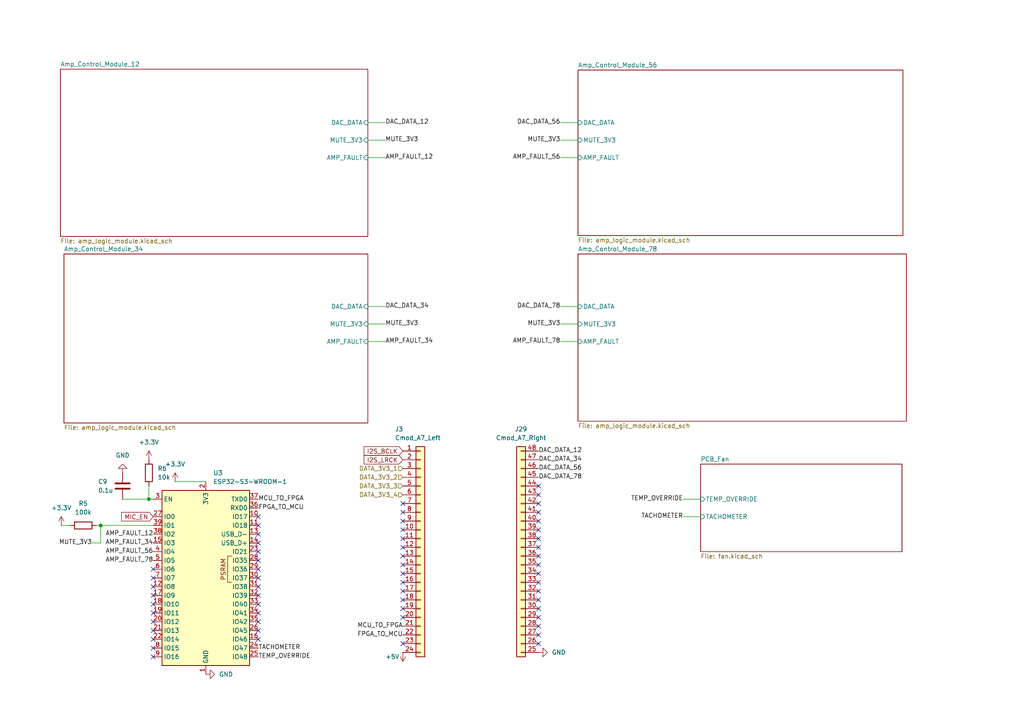
<source format=kicad_sch>
(kicad_sch (version 20250114) (generator "eeschema") (generator_version "9.0")
  (paper "A4")
  (lib_symbols
    (symbol "Cmod_A7:Cmod_A7_Left" (pin_names (offset 1.016) (hide yes))
      (property "Reference" "J2" (at 2.54 0.0001 0))
      (property "Value" "Cmod_A7_Left" (at 2.54 -2.5399 0))
      (symbol "Cmod_A7_Left_1_1"
        (rectangle (start -1.27 29.21) (end 1.27 -31.75) (stroke (width 0.254)) (fill (type background)))
        (rectangle (start -1.27 28.067) (end 0 27.813) (stroke (width 0.1524)))
        (rectangle (start -1.27 25.527) (end 0 25.273) (stroke (width 0.1524)))
        (rectangle (start -1.27 22.987) (end 0 22.733) (stroke (width 0.1524)))
        (rectangle (start -1.27 20.447) (end 0 20.193) (stroke (width 0.1524)))
        (rectangle (start -1.27 17.907) (end 0 17.653) (stroke (width 0.1524)))
        (rectangle (start -1.27 15.367) (end 0 15.113) (stroke (width 0.1524)))
        (rectangle (start -1.27 12.827) (end 0 12.573) (stroke (width 0.1524)))
        (rectangle (start -1.27 10.287) (end 0 10.033) (stroke (width 0.1524)))
        (rectangle (start -1.27 7.747) (end 0 7.493) (stroke (width 0.1524)))
        (rectangle (start -1.27 5.207) (end 0 4.953) (stroke (width 0.1524)))
        (rectangle (start -1.27 2.667) (end 0 2.413) (stroke (width 0.1524)))
        (rectangle (start -1.27 0.127) (end 0 -0.127) (stroke (width 0.1524)))
        (rectangle (start -1.27 -2.413) (end 0 -2.667) (stroke (width 0.1524)))
        (rectangle (start -1.27 -4.953) (end 0 -5.207) (stroke (width 0.1524)))
        (rectangle (start -1.27 -7.493) (end 0 -7.747) (stroke (width 0.1524)))
        (rectangle (start -1.27 -10.033) (end 0 -10.287) (stroke (width 0.1524)))
        (rectangle (start -1.27 -12.573) (end 0 -12.827) (stroke (width 0.1524)))
        (rectangle (start -1.27 -15.113) (end 0 -15.367) (stroke (width 0.1524)))
        (rectangle (start -1.27 -17.653) (end 0 -17.907) (stroke (width 0.1524)))
        (rectangle (start -1.27 -20.193) (end 0 -20.447) (stroke (width 0.1524)))
        (rectangle (start -1.27 -22.733) (end 0 -22.987) (stroke (width 0.1524)))
        (rectangle (start -1.27 -25.273) (end 0 -25.527) (stroke (width 0.1524)))
        (rectangle (start -1.27 -27.813) (end 0 -28.067) (stroke (width 0.1524)))
        (rectangle (start -1.27 -30.353) (end 0 -30.607) (stroke (width 0.1524)))
        (pin passive line (at -5.08 27.94 0) (length 3.81) (name "Pin_1") (number "1"))
        (pin passive line (at -5.08 25.4 0) (length 3.81) (name "Pin_2") (number "2"))
        (pin passive line (at -5.08 22.86 0) (length 3.81) (name "Pin_3") (number "3"))
        (pin passive line (at -5.08 20.32 0) (length 3.81) (name "Pin_4") (number "4"))
        (pin passive line (at -5.08 17.78 0) (length 3.81) (name "Pin_5") (number "5"))
        (pin passive line (at -5.08 15.24 0) (length 3.81) (name "Pin_6") (number "6"))
        (pin passive line (at -5.08 12.7 0) (length 3.81) (name "Pin_7") (number "7"))
        (pin passive line (at -5.08 10.16 0) (length 3.81) (name "Pin_8") (number "8"))
        (pin passive line (at -5.08 7.62 0) (length 3.81) (name "Pin_9") (number "9"))
        (pin passive line (at -5.08 5.08 0) (length 3.81) (name "Pin_10") (number "10"))
        (pin passive line (at -5.08 2.54 0) (length 3.81) (name "Pin_11") (number "11"))
        (pin passive line (at -5.08 0 0) (length 3.81) (name "Pin_12") (number "12"))
        (pin passive line (at -5.08 -2.54 0) (length 3.81) (name "Pin_13") (number "13"))
        (pin passive line (at -5.08 -5.08 0) (length 3.81) (name "Pin_14") (number "14"))
        (pin passive line (at -5.08 -7.62 0) (length 3.81) (name "Pin_15") (number "15"))
        (pin passive line (at -5.08 -10.16 0) (length 3.81) (name "Pin_16") (number "16"))
        (pin passive line (at -5.08 -12.7 0) (length 3.81) (name "Pin_17") (number "17"))
        (pin passive line (at -5.08 -15.24 0) (length 3.81) (name "Pin_18") (number "18"))
        (pin passive line (at -5.08 -17.78 0) (length 3.81) (name "Pin_19") (number "19"))
        (pin passive line (at -5.08 -20.32 0) (length 3.81) (name "Pin_20") (number "20"))
        (pin passive line (at -5.08 -22.86 0) (length 3.81) (name "Pin_21") (number "21"))
        (pin passive line (at -5.08 -25.4 0) (length 3.81) (name "Pin_22") (number "22"))
        (pin passive line (at -5.08 -27.94 0) (length 3.81) (name "Pin_23") (number "23"))
        (pin passive line (at -5.08 -30.48 0) (length 3.81) (name "Pin_24") (number "24"))
      )
    )
    (symbol "Cmod_A7:Cmod_A7_Right" (pin_names (offset 1.016) (hide yes))
      (property "Reference" "J3" (at -2.54 -2.5401 0))
      (property "Value" "Cmod_A7_Right" (at 2.54 -0.0001 0))
      (symbol "Cmod_A7_Right_1_1"
        (rectangle (start -1.27 29.21) (end 1.27 -31.75) (stroke (width 0.254)) (fill (type background)))
        (rectangle (start 1.27 27.813) (end 0 28.067) (stroke (width 0.1524)))
        (rectangle (start 1.27 25.273) (end 0 25.527) (stroke (width 0.1524)))
        (rectangle (start 1.27 22.733) (end 0 22.987) (stroke (width 0.1524)))
        (rectangle (start 1.27 20.193) (end 0 20.447) (stroke (width 0.1524)))
        (rectangle (start 1.27 17.653) (end 0 17.907) (stroke (width 0.1524)))
        (rectangle (start 1.27 15.113) (end 0 15.367) (stroke (width 0.1524)))
        (rectangle (start 1.27 12.573) (end 0 12.827) (stroke (width 0.1524)))
        (rectangle (start 1.27 10.033) (end 0 10.287) (stroke (width 0.1524)))
        (rectangle (start 1.27 7.493) (end 0 7.747) (stroke (width 0.1524)))
        (rectangle (start 1.27 4.953) (end 0 5.207) (stroke (width 0.1524)))
        (rectangle (start 1.27 2.413) (end 0 2.667) (stroke (width 0.1524)))
        (rectangle (start 1.27 -0.127) (end 0 0.127) (stroke (width 0.1524)))
        (rectangle (start 1.27 -2.667) (end 0 -2.413) (stroke (width 0.1524)))
        (rectangle (start 1.27 -5.207) (end 0 -4.953) (stroke (width 0.1524)))
        (rectangle (start 1.27 -7.747) (end 0 -7.493) (stroke (width 0.1524)))
        (rectangle (start 1.27 -10.287) (end 0 -10.033) (stroke (width 0.1524)))
        (rectangle (start 1.27 -12.827) (end 0 -12.573) (stroke (width 0.1524)))
        (rectangle (start 1.27 -15.367) (end 0 -15.113) (stroke (width 0.1524)))
        (rectangle (start 1.27 -17.907) (end 0 -17.653) (stroke (width 0.1524)))
        (rectangle (start 1.27 -20.447) (end 0 -20.193) (stroke (width 0.1524)))
        (rectangle (start 1.27 -22.987) (end 0 -22.733) (stroke (width 0.1524)))
        (rectangle (start 1.27 -25.527) (end 0 -25.273) (stroke (width 0.1524)))
        (rectangle (start 1.27 -28.067) (end 0 -27.813) (stroke (width 0.1524)))
        (rectangle (start 1.27 -30.607) (end 0 -30.353) (stroke (width 0.1524)))
        (pin passive line (at 5.08 27.94 180) (length 3.81) (name "Pin_24") (number "48"))
        (pin passive line (at 5.08 25.4 180) (length 3.81) (name "Pin_23") (number "47"))
        (pin passive line (at 5.08 22.86 180) (length 3.81) (name "Pin_22") (number "46"))
        (pin passive line (at 5.08 20.32 180) (length 3.81) (name "Pin_21") (number "45"))
        (pin passive line (at 5.08 17.78 180) (length 3.81) (name "Pin_20") (number "44"))
        (pin passive line (at 5.08 15.24 180) (length 3.81) (name "Pin_19") (number "43"))
        (pin passive line (at 5.08 12.7 180) (length 3.81) (name "Pin_18") (number "42"))
        (pin passive line (at 5.08 10.16 180) (length 3.81) (name "Pin_17") (number "41"))
        (pin passive line (at 5.08 7.62 180) (length 3.81) (name "Pin_16") (number "40"))
        (pin passive line (at 5.08 5.08 180) (length 3.81) (name "Pin_15") (number "39"))
        (pin passive line (at 5.08 2.54 180) (length 3.81) (name "Pin_14") (number "38"))
        (pin passive line (at 5.08 0 180) (length 3.81) (name "Pin_13") (number "37"))
        (pin passive line (at 5.08 -2.54 180) (length 3.81) (name "Pin_12") (number "36"))
        (pin passive line (at 5.08 -5.08 180) (length 3.81) (name "Pin_11") (number "35"))
        (pin passive line (at 5.08 -7.62 180) (length 3.81) (name "Pin_10") (number "34"))
        (pin passive line (at 5.08 -10.16 180) (length 3.81) (name "Pin_9") (number "33"))
        (pin passive line (at 5.08 -12.7 180) (length 3.81) (name "Pin_8") (number "32"))
        (pin passive line (at 5.08 -15.24 180) (length 3.81) (name "Pin_7") (number "31"))
        (pin passive line (at 5.08 -17.78 180) (length 3.81) (name "Pin_6") (number "30"))
        (pin passive line (at 5.08 -20.32 180) (length 3.81) (name "Pin_5") (number "29"))
        (pin passive line (at 5.08 -22.86 180) (length 3.81) (name "Pin_4") (number "28"))
        (pin passive line (at 5.08 -25.4 180) (length 3.81) (name "Pin_3") (number "27"))
        (pin passive line (at 5.08 -27.94 180) (length 3.81) (name "Pin_2") (number "26"))
        (pin passive line (at 5.08 -30.48 180) (length 3.81) (name "Pin_1") (number "25"))
      )
    )
    (symbol "Device:C" (pin_numbers (hide yes)) (pin_names (offset 0.254))
      (property "Reference" "C" (at 0.635 2.54 0))
      (property "Value" "C" (at 0.635 -2.54 0))
      (symbol "C_0_1"
        (polyline (pts (xy -2.032 0.762) (xy 2.032 0.762)) (stroke (width 0.508)))
        (polyline (pts (xy -2.032 -0.762) (xy 2.032 -0.762)) (stroke (width 0.508)))
      )
      (symbol "C_1_1"
        (pin passive line (at 0 3.81 270) (length 2.794) (name "~") (number "1"))
        (pin passive line (at 0 -3.81 90) (length 2.794) (name "~") (number "2"))
      )
    )
    (symbol "Device:R" (pin_numbers (hide yes)) (pin_names (offset 0))
      (property "Reference" "R" (at 2.032 0 90))
      (property "Value" "R" (at 0 0 90))
      (symbol "R_0_1"
        (rectangle (start -1.016 -2.54) (end 1.016 2.54) (stroke (width 0.254)))
      )
      (symbol "R_1_1"
        (pin passive line (at 0 3.81 270) (length 1.27) (name "~") (number "1"))
        (pin passive line (at 0 -3.81 90) (length 1.27) (name "~") (number "2"))
      )
    )
    (symbol "RF_Module:ESP32-S3-WROOM-1"
      (property "Reference" "U" (at -12.7 26.67 0))
      (property "Value" "ESP32-S3-WROOM-1" (at 12.7 26.67 0))
      (symbol "ESP32-S3-WROOM-1_0_0"
        (rectangle (start -12.7 25.4) (end 12.7 -25.4) (stroke (width 0.254)) (fill (type background)))
        (text "PSRAM" (at 5.08 2.54 900) (effects (font (size 1.27 1.27))))
      )
      (symbol "ESP32-S3-WROOM-1_0_1"
        (polyline (pts (xy 7.62 -1.27) (xy 6.35 -1.27) (xy 6.35 6.35) (xy 7.62 6.35)))
      )
      (symbol "ESP32-S3-WROOM-1_1_1"
        (pin input line (at -15.24 22.86 0) (length 2.54) (name "EN") (number "3"))
        (pin bidirectional line (at -15.24 17.78 0) (length 2.54) (name "IO0") (number "27"))
        (pin bidirectional line (at -15.24 15.24 0) (length 2.54) (name "IO1") (number "39"))
        (pin bidirectional line (at -15.24 12.7 0) (length 2.54) (name "IO2") (number "38"))
        (pin bidirectional line (at -15.24 10.16 0) (length 2.54) (name "IO3") (number "15"))
        (pin bidirectional line (at -15.24 7.62 0) (length 2.54) (name "IO4") (number "4"))
        (pin bidirectional line (at -15.24 5.08 0) (length 2.54) (name "IO5") (number "5"))
        (pin bidirectional line (at -15.24 2.54 0) (length 2.54) (name "IO6") (number "6"))
        (pin bidirectional line (at -15.24 0 0) (length 2.54) (name "IO7") (number "7"))
        (pin bidirectional line (at -15.24 -2.54 0) (length 2.54) (name "IO8") (number "12"))
        (pin bidirectional line (at -15.24 -5.08 0) (length 2.54) (name "IO9") (number "17"))
        (pin bidirectional line (at -15.24 -7.62 0) (length 2.54) (name "IO10") (number "18"))
        (pin bidirectional line (at -15.24 -10.16 0) (length 2.54) (name "IO11") (number "19"))
        (pin bidirectional line (at -15.24 -12.7 0) (length 2.54) (name "IO12") (number "20"))
        (pin bidirectional line (at -15.24 -15.24 0) (length 2.54) (name "IO13") (number "21"))
        (pin bidirectional line (at -15.24 -17.78 0) (length 2.54) (name "IO14") (number "22"))
        (pin bidirectional line (at -15.24 -20.32 0) (length 2.54) (name "IO15") (number "8"))
        (pin bidirectional line (at -15.24 -22.86 0) (length 2.54) (name "IO16") (number "9"))
        (pin power_in line (at 0 27.94 270) (length 2.54) (name "3V3") (number "2"))
        (pin power_in line (at 0 -27.94 90) (length 2.54) (name "GND") (number "1"))
        (pin passive line (at 0 -27.94 90) (length 2.54) (hide yes) (name "GND") (number "40"))
        (pin passive line (at 0 -27.94 90) (length 2.54) (hide yes) (name "GND") (number "41"))
        (pin bidirectional line (at 15.24 22.86 180) (length 2.54) (name "TXD0") (number "37"))
        (pin bidirectional line (at 15.24 20.32 180) (length 2.54) (name "RXD0") (number "36"))
        (pin bidirectional line (at 15.24 17.78 180) (length 2.54) (name "IO17") (number "10"))
        (pin bidirectional line (at 15.24 15.24 180) (length 2.54) (name "IO18") (number "11"))
        (pin bidirectional line (at 15.24 12.7 180) (length 2.54) (name "USB_D-") (number "13"))
        (pin bidirectional line (at 15.24 10.16 180) (length 2.54) (name "USB_D+") (number "14"))
        (pin bidirectional line (at 15.24 7.62 180) (length 2.54) (name "IO21") (number "23"))
        (pin bidirectional line (at 15.24 5.08 180) (length 2.54) (name "IO35") (number "28"))
        (pin bidirectional line (at 15.24 2.54 180) (length 2.54) (name "IO36") (number "29"))
        (pin bidirectional line (at 15.24 0 180) (length 2.54) (name "IO37") (number "30"))
        (pin bidirectional line (at 15.24 -2.54 180) (length 2.54) (name "IO38") (number "31"))
        (pin bidirectional line (at 15.24 -5.08 180) (length 2.54) (name "IO39") (number "32"))
        (pin bidirectional line (at 15.24 -7.62 180) (length 2.54) (name "IO40") (number "33"))
        (pin bidirectional line (at 15.24 -10.16 180) (length 2.54) (name "IO41") (number "34"))
        (pin bidirectional line (at 15.24 -12.7 180) (length 2.54) (name "IO42") (number "35"))
        (pin bidirectional line (at 15.24 -15.24 180) (length 2.54) (name "IO45") (number "26"))
        (pin bidirectional line (at 15.24 -17.78 180) (length 2.54) (name "IO46") (number "16"))
        (pin bidirectional line (at 15.24 -20.32 180) (length 2.54) (name "IO47") (number "24"))
        (pin bidirectional line (at 15.24 -22.86 180) (length 2.54) (name "IO48") (number "25"))
      )
    )
    (symbol "power:+3.3V" (power) (pin_numbers (hide yes)) (pin_names (offset 0) (hide yes))
      (property "Value" "+3.3V" (at 0 3.556 0))
      (symbol "+3.3V_0_1"
        (polyline (pts (xy -0.762 1.27) (xy 0 2.54)))
        (polyline (pts (xy 0 2.54) (xy 0.762 1.27)))
        (polyline (pts (xy 0 0) (xy 0 2.54)))
      )
      (symbol "+3.3V_1_1"
        (pin power_in line (at 0 0 90) (length 0) (name "~") (number "1"))
      )
    )
    (symbol "power:+5V" (power) (pin_numbers (hide yes)) (pin_names (offset 0) (hide yes))
      (property "Value" "+5V" (at 0 3.556 0))
      (symbol "+5V_0_1"
        (polyline (pts (xy -0.762 1.27) (xy 0 2.54)))
        (polyline (pts (xy 0 2.54) (xy 0.762 1.27)))
        (polyline (pts (xy 0 0) (xy 0 2.54)))
      )
      (symbol "+5V_1_1"
        (pin power_in line (at 0 0 90) (length 0) (name "~") (number "1"))
      )
    )
    (symbol "power:GND" (power) (pin_numbers (hide yes)) (pin_names (offset 0) (hide yes))
      (property "Value" "GND" (at 0 -3.81 0))
      (symbol "GND_0_1"
        (polyline (pts (xy 0 0) (xy 0 -1.27) (xy 1.27 -1.27) (xy 0 -2.54) (xy -1.27 -1.27) (xy 0 -1.27)))
      )
      (symbol "GND_1_1"
        (pin power_in line (at 0 0 270) (length 0) (name "~") (number "1"))
      )
    )
  )
  (junction (at 43.18 144.78))
  (junction (at 29.21 152.4))
  (no_connect (at 156.21 163.83))
  (no_connect (at 74.93 177.8))
  (no_connect (at 74.93 160.02))
  (no_connect (at 44.45 172.72))
  (no_connect (at 116.84 186.69))
  (no_connect (at 156.21 186.69))
  (no_connect (at 44.45 167.64))
  (no_connect (at 116.84 156.21))
  (no_connect (at 116.84 153.67))
  (no_connect (at 74.93 162.56))
  (no_connect (at 74.93 154.94))
  (no_connect (at 116.84 168.91))
  (no_connect (at 156.21 158.75))
  (no_connect (at 44.45 182.88))
  (no_connect (at 74.93 172.72))
  (no_connect (at 156.21 153.67))
  (no_connect (at 156.21 161.29))
  (no_connect (at 116.84 176.53))
  (no_connect (at 116.84 151.13))
  (no_connect (at 116.84 179.07))
  (no_connect (at 156.21 184.15))
  (no_connect (at 74.93 157.48))
  (no_connect (at 44.45 185.42))
  (no_connect (at 74.93 180.34))
  (no_connect (at 44.45 180.34))
  (no_connect (at 44.45 187.96))
  (no_connect (at 74.93 167.64))
  (no_connect (at 156.21 140.97))
  (no_connect (at 156.21 181.61))
  (no_connect (at 116.84 163.83))
  (no_connect (at 156.21 171.45))
  (no_connect (at 116.84 148.59))
  (no_connect (at 116.84 171.45))
  (no_connect (at 116.84 161.29))
  (no_connect (at 156.21 173.99))
  (no_connect (at 156.21 168.91))
  (no_connect (at 156.21 156.21))
  (no_connect (at 116.84 146.05))
  (no_connect (at 156.21 176.53))
  (no_connect (at 156.21 148.59))
  (no_connect (at 74.93 165.1))
  (no_connect (at 156.21 166.37))
  (no_connect (at 74.93 152.4))
  (no_connect (at 74.93 170.18))
  (no_connect (at 44.45 190.5))
  (no_connect (at 44.45 177.8))
  (no_connect (at 116.84 166.37))
  (no_connect (at 74.93 149.86))
  (no_connect (at 116.84 158.75))
  (no_connect (at 44.45 170.18))
  (no_connect (at 156.21 179.07))
  (no_connect (at 156.21 143.51))
  (no_connect (at 44.45 165.1))
  (no_connect (at 156.21 151.13))
  (no_connect (at 44.45 175.26))
  (no_connect (at 116.84 173.99))
  (no_connect (at 74.93 182.88))
  (no_connect (at 74.93 175.26))
  (no_connect (at 156.21 146.05))
  (no_connect (at 74.93 185.42))
  (wire (pts (xy 162.56 45.72) (xy 167.64 45.72)))
  (wire (pts (xy 106.68 45.72) (xy 111.76 45.72)))
  (wire (pts (xy 162.56 93.98) (xy 167.64 93.98)))
  (wire (pts (xy 198.12 144.78) (xy 203.2 144.78)))
  (wire (pts (xy 106.68 88.9) (xy 111.76 88.9)))
  (wire (pts (xy 106.68 40.64) (xy 111.76 40.64)))
  (wire (pts (xy 198.12 149.86) (xy 203.2 149.86)))
  (wire (pts (xy 27.94 152.4) (xy 29.21 152.4)))
  (wire (pts (xy 17.78 152.4) (xy 20.32 152.4)))
  (wire (pts (xy 43.18 140.97) (xy 43.18 144.78)))
  (wire (pts (xy 106.68 35.56) (xy 111.76 35.56)))
  (wire (pts (xy 29.21 152.4) (xy 44.45 152.4)))
  (wire (pts (xy 162.56 99.06) (xy 167.64 99.06)))
  (wire (pts (xy 26.67 157.48) (xy 29.21 157.48)))
  (wire (pts (xy 162.56 40.64) (xy 167.64 40.64)))
  (wire (pts (xy 29.21 157.48) (xy 29.21 152.4)))
  (wire (pts (xy 35.56 144.78) (xy 43.18 144.78)))
  (wire (pts (xy 106.68 99.06) (xy 111.76 99.06)))
  (wire (pts (xy 106.68 93.98) (xy 111.76 93.98)))
  (wire (pts (xy 43.18 144.78) (xy 44.45 144.78)))
  (wire (pts (xy 50.8 139.7) (xy 59.69 139.7)))
  (wire (pts (xy 162.56 88.9) (xy 167.64 88.9)))
  (wire (pts (xy 162.56 35.56) (xy 167.64 35.56)))
  (label "MUTE_3V3" (at 111.76 40.64 0))
  (label "TEMP_OVERRIDE" (at 198.12 144.78 180))
  (label "AMP_FAULT_34" (at 111.76 99.06 0))
  (label "TACHOMETER" (at 74.93 187.96 0))
  (label "FPGA_TO_MCU" (at 74.93 147.32 0))
  (label "DAC_DATA_34" (at 156.21 133.35 0))
  (label "TACHOMETER" (at 198.12 149.86 180))
  (label "DAC_DATA_34" (at 111.76 88.9 0))
  (label "AMP_FAULT_78" (at 44.45 162.56 180))
  (label "FPGA_TO_MCU" (at 116.84 184.15 180))
  (label "AMP_FAULT_56" (at 162.56 45.72 180))
  (label "DAC_DATA_78" (at 162.56 88.9 180))
  (label "MUTE_3V3" (at 26.67 157.48 180))
  (label "DAC_DATA_12" (at 111.76 35.56 0))
  (label "AMP_FAULT_34" (at 44.45 157.48 180))
  (label "MUTE_3V3" (at 162.56 93.98 180))
  (label "TEMP_OVERRIDE" (at 74.93 190.5 0))
  (label "MUTE_3V3" (at 162.56 40.64 180))
  (label "DAC_DATA_12" (at 156.21 130.81 0))
  (label "AMP_FAULT_12" (at 111.76 45.72 0))
  (label "DAC_DATA_56" (at 156.21 135.89 0))
  (label "AMP_FAULT_78" (at 162.56 99.06 180))
  (label "AMP_FAULT_12" (at 44.45 154.94 180))
  (label "DAC_DATA_78" (at 156.21 138.43 0))
  (label "DAC_DATA_56" (at 162.56 35.56 180))
  (label "MUTE_3V3" (at 111.76 93.98 0))
  (label "MCU_TO_FPGA" (at 116.84 181.61 180))
  (label "AMP_FAULT_56" (at 44.45 160.02 180))
  (label "MCU_TO_FPGA" (at 74.93 144.78 0))
  (global_label "I2S_BCLK" (shape input) (at 116.84 130.81 180) (property "Intersheetrefs" "${INTERSHEET_REFS}" (effects (hide yes))))
  (global_label "I2S_LRCK" (shape input) (at 116.84 133.35 180) (property "Intersheetrefs" "${INTERSHEET_REFS}" (effects (hide yes))))
  (global_label "MIC_EN" (shape input) (at 44.45 149.86 180) (property "Intersheetrefs" "${INTERSHEET_REFS}" (effects (hide yes))))
  (hierarchical_label "DATA_3V3_4" (shape input) (at 116.84 143.51 180))
  (hierarchical_label "DATA_3V3_1" (shape input) (at 116.84 135.89 180))
  (hierarchical_label "DATA_3V3_2" (shape input) (at 116.84 138.43 180))
  (hierarchical_label "DATA_3V3_3" (shape input) (at 116.84 140.97 180))
  (symbol (lib_id "power:+3.3V") (at 43.18 133.35 0) (unit 1)
    (property "Reference" "#PWR024" (effects (hide yes)))
    (property "Value" "+3.3V" (at 43.18 128.27 0))
    (property "Description" "Power symbol creates a global label with name \"+3.3V\"" (effects (hide yes)))
  )
  (symbol (lib_id "Device:C") (at 35.56 140.97 0) (unit 1)
    (property "Reference" "C9" (at 28.448 139.7 0) (effects (justify left)))
    (property "Value" "0.1u" (at 28.448 142.24 0) (effects (justify left)))
    (property "Description" "Unpolarized capacitor" (effects (hide yes)))
  )
  (symbol (lib_id "Cmod_A7:Cmod_A7_Left") (at 121.92 158.75 0) (unit 1)
    (property "Reference" "J3" (at 114.554 124.46 0) (effects (justify left)))
    (property "Value" "Cmod_A7_Left" (at 114.554 127 0) (effects (justify left)))
    (property "Description" "Generic connector, single row, 01x24, script generated (kicad-library-utils/schlib/autogen/connector/)" (effects (hide yes)))
  )
  (symbol (lib_id "power:GND") (at 59.69 195.58 90) (unit 1)
    (property "Reference" "#PWR026" (effects (hide yes)))
    (property "Value" "GND" (at 63.5 195.5799 90) (effects (justify right)))
    (property "Description" "Power symbol creates a global label with name \"GND\" , ground" (effects (hide yes)))
  )
  (symbol (lib_id "power:GND") (at 35.56 137.16 180) (unit 1)
    (property "Reference" "#PWR023" (effects (hide yes)))
    (property "Value" "GND" (at 35.56 132.08 0))
    (property "Description" "Power symbol creates a global label with name \"GND\" , ground" (effects (hide yes)))
  )
  (symbol (lib_id "RF_Module:ESP32-S3-WROOM-1") (at 59.69 167.64 0) (unit 1)
    (property "Reference" "U3" (at 61.8333 137.16 0) (effects (justify left)))
    (property "Value" "ESP32-S3-WROOM-1" (at 61.8333 139.7 0) (effects (justify left)))
    (property "Footprint" "RF_Module:ESP32-S3-WROOM-1" (effects (hide yes)))
    (property "Datasheet" "https://www.espressif.com/sites/default/files/documentation/esp32-s3-wroom-1_wroom-1u_datasheet_en.pdf" (effects (hide yes)))
    (property "Description" "RF Module, ESP32-S3 SoC, Wi-Fi 802.11b/g/n, Bluetooth, BLE, 32-bit, 3.3V, onboard antenna, SMD" (effects (hide yes)))
  )
  (symbol (lib_id "power:+3.3V") (at 50.8 139.7 0) (unit 1)
    (property "Reference" "#PWR025" (effects (hide yes)))
    (property "Value" "+3.3V" (at 50.8 134.62 0))
    (property "Description" "Power symbol creates a global label with name \"+3.3V\"" (effects (hide yes)))
  )
  (symbol (lib_id "Device:R") (at 24.13 152.4 90) (unit 1)
    (property "Reference" "R5" (at 24.13 146.05 90))
    (property "Value" "100k" (at 24.13 148.59 90))
    (property "Description" "Resistor" (effects (hide yes)))
  )
  (symbol (lib_id "power:+5V") (at 116.84 189.23 180) (unit 1)
    (property "Reference" "#PWR027" (effects (hide yes)))
    (property "Value" "+5V" (at 111.76 190.5 0) (effects (justify right)))
    (property "Description" "Power symbol creates a global label with name \"+5V\"" (effects (hide yes)))
  )
  (symbol (lib_id "power:+3.3V") (at 17.78 152.4 0) (unit 1)
    (property "Reference" "#PWR022" (effects (hide yes)))
    (property "Value" "+3.3V" (at 17.78 147.32 0))
    (property "Description" "Power symbol creates a global label with name \"+3.3V\"" (effects (hide yes)))
  )
  (symbol (lib_id "Cmod_A7:Cmod_A7_Right") (at 151.13 158.75 0) (unit 1)
    (property "Reference" "J29" (at 151.13 124.46 0))
    (property "Value" "Cmod_A7_Right" (at 151.13 127 0))
    (property "Description" "Generic connector, single row, 01x24, script generated (kicad-library-utils/schlib/autogen/connector/)" (effects (hide yes)))
  )
  (symbol (lib_id "power:GND") (at 156.21 189.23 90) (unit 1)
    (property "Reference" "#PWR028" (effects (hide yes)))
    (property "Value" "GND" (at 160.02 189.2299 90) (effects (justify right)))
    (property "Description" "Power symbol creates a global label with name \"GND\" , ground" (effects (hide yes)))
  )
  (symbol (lib_id "Device:R") (at 43.18 137.16 0) (unit 1)
    (property "Reference" "R6" (at 45.72 135.8899 0) (effects (justify left)))
    (property "Value" "10k" (at 45.72 138.4299 0) (effects (justify left)))
    (property "Description" "Resistor" (effects (hide yes)))
  )
  (sheet (at 203.2 134.62) (size 58.42 25.4) (stroke (width 0.1524))
    (property "Sheetname" "PCB_Fan" (at 203.2 133.9084 0) (effects (justify left bottom)))
    (property "Sheetfile" "fan.kicad_sch" (at 203.2 160.6046 0) (effects (justify left top)))
    (pin "TEMP_OVERRIDE" input (at 203.2 144.78 180))
    (pin "TACHOMETER" input (at 203.2 149.86 180))
  )
  (sheet (at 17.526 20.066) (size 89.154 48.514) (stroke (width 0.1524))
    (property "Sheetname" "Amp_Control_Module_12" (at 17.526 19.3544 0) (effects (justify left bottom)))
    (property "Sheetfile" "amp_logic_module.kicad_sch" (at 17.526 69.1646 0) (effects (justify left top)))
    (pin "DAC_DATA" input (at 106.68 35.56 0))
    (pin "MUTE_3V3" input (at 106.68 40.64 0))
    (pin "AMP_FAULT" input (at 106.68 45.72 0))
  )
  (sheet (at 18.542 73.66) (size 88.138 49.022) (stroke (width 0.1524))
    (property "Sheetname" "Amp_Control_Module_34" (at 18.542 72.9484 0) (effects (justify left bottom)))
    (property "Sheetfile" "amp_logic_module.kicad_sch" (at 18.542 123.2666 0) (effects (justify left top)))
    (pin "DAC_DATA" input (at 106.68 88.9 0))
    (pin "MUTE_3V3" input (at 106.68 93.98 0))
    (pin "AMP_FAULT" input (at 106.68 99.06 0))
  )
  (sheet (at 167.64 73.66) (size 95.25 48.514) (stroke (width 0.1524))
    (property "Sheetname" "Amp_Control_Module_78" (at 167.64 72.9484 0) (effects (justify left bottom)))
    (property "Sheetfile" "amp_logic_module.kicad_sch" (at 167.64 122.7586 0) (effects (justify left top)))
    (pin "DAC_DATA" input (at 167.64 88.9 180))
    (pin "MUTE_3V3" input (at 167.64 93.98 180))
    (pin "AMP_FAULT" input (at 167.64 99.06 180))
  )
  (sheet (at 167.64 20.32) (size 94.234 48.006) (stroke (width 0.1524))
    (property "Sheetname" "Amp_Control_Module_56" (at 167.64 19.6084 0) (effects (justify left bottom)))
    (property "Sheetfile" "amp_logic_module.kicad_sch" (at 167.64 68.9106 0) (effects (justify left top)))
    (pin "DAC_DATA" input (at 167.64 35.56 180))
    (pin "MUTE_3V3" input (at 167.64 40.64 180))
    (pin "AMP_FAULT" input (at 167.64 45.72 180))
  )
)
</source>
